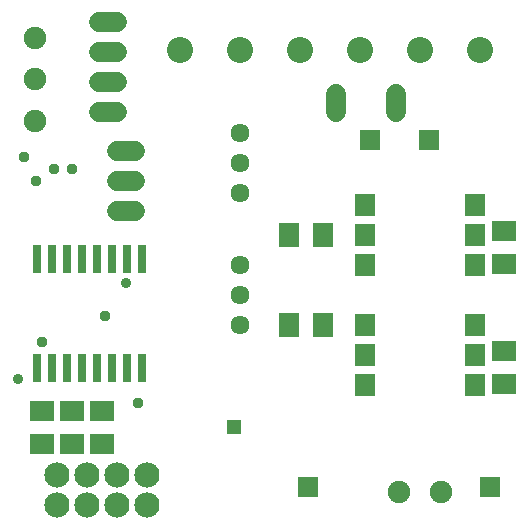
<source format=gbr>
G04 EAGLE Gerber RS-274X export*
G75*
%MOMM*%
%FSLAX34Y34*%
%LPD*%
%INSoldermask Bottom*%
%IPPOS*%
%AMOC8*
5,1,8,0,0,1.08239X$1,22.5*%
G01*
%ADD10R,1.723200X1.983200*%
%ADD11R,2.006200X1.803200*%
%ADD12R,1.803200X2.006200*%
%ADD13C,1.611200*%
%ADD14C,2.133600*%
%ADD15C,2.203200*%
%ADD16R,1.727200X1.727200*%
%ADD17C,1.727200*%
%ADD18C,1.903200*%
%ADD19R,0.803200X2.403200*%
%ADD20C,0.959600*%
%ADD21R,1.209600X1.209600*%
%ADD22C,0.914400*%


D10*
X402050Y279400D03*
X402050Y254000D03*
X402050Y228600D03*
X309150Y228600D03*
X309150Y254000D03*
X309150Y279400D03*
D11*
X60960Y77220D03*
X60960Y105660D03*
X35560Y77220D03*
X35560Y105660D03*
X86360Y105660D03*
X86360Y77220D03*
X426720Y258060D03*
X426720Y229620D03*
D12*
X244860Y254000D03*
X273300Y254000D03*
D13*
X203200Y314960D03*
X203200Y340360D03*
X203200Y289560D03*
D14*
X48260Y25860D03*
X73660Y25860D03*
X99060Y25860D03*
X124460Y25860D03*
X124460Y51260D03*
X99060Y51260D03*
X73660Y51260D03*
X48260Y51260D03*
D15*
X406611Y411230D03*
X355811Y411230D03*
X305011Y411230D03*
X254211Y411230D03*
X203411Y411230D03*
X152611Y411230D03*
D16*
X363000Y334920D03*
X313000Y334920D03*
X415000Y40920D03*
X261000Y40920D03*
D11*
X426720Y156460D03*
X426720Y128020D03*
D12*
X244860Y177800D03*
X273300Y177800D03*
D10*
X402050Y177800D03*
X402050Y152400D03*
X402050Y127000D03*
X309150Y127000D03*
X309150Y152400D03*
X309150Y177800D03*
D13*
X203200Y203200D03*
X203200Y228600D03*
X203200Y177800D03*
D17*
X114300Y274320D02*
X99060Y274320D01*
X99060Y299720D02*
X114300Y299720D01*
X114300Y325120D02*
X99060Y325120D01*
D18*
X373100Y36560D03*
X338100Y36560D03*
D19*
X44450Y233960D03*
X69850Y141960D03*
X31750Y233960D03*
X57150Y233960D03*
X69850Y233960D03*
X57150Y141960D03*
X82550Y141960D03*
X95250Y141960D03*
X95250Y233960D03*
X120650Y141960D03*
X82550Y233960D03*
X107950Y233960D03*
X107950Y141960D03*
X120650Y233960D03*
X44450Y141960D03*
X31750Y141960D03*
D17*
X284480Y358140D02*
X284480Y373380D01*
X335280Y373380D02*
X335280Y358140D01*
D18*
X29480Y421080D03*
X29480Y386080D03*
X29480Y351080D03*
D17*
X83820Y358140D02*
X99060Y358140D01*
X99060Y383540D02*
X83820Y383540D01*
X83820Y408940D02*
X99060Y408940D01*
X99060Y434340D02*
X83820Y434340D01*
D20*
X116840Y111760D03*
D21*
X198120Y91440D03*
D20*
X35560Y163580D03*
D22*
X15240Y132080D03*
X106680Y213360D03*
D20*
X89150Y185670D03*
X60960Y309880D03*
X45720Y309880D03*
X30480Y299720D03*
X20320Y320040D03*
M02*

</source>
